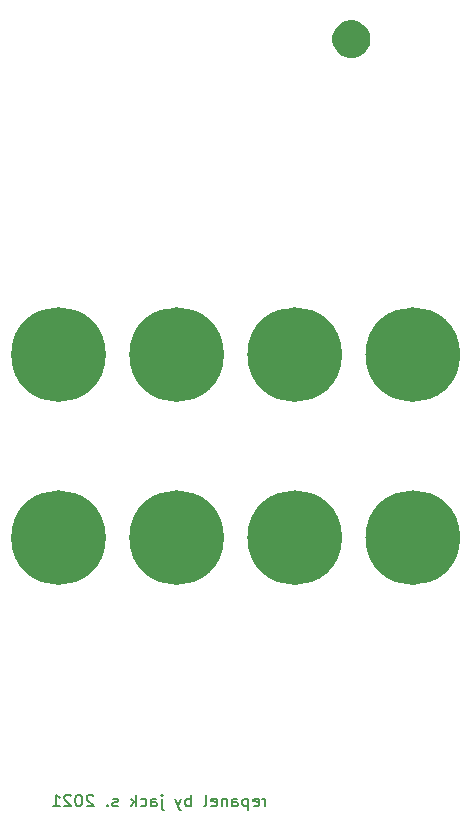
<source format=gbr>
G04 #@! TF.GenerationSoftware,KiCad,Pcbnew,(5.1.5-0)*
G04 #@! TF.CreationDate,2021-01-11T19:01:41-08:00*
G04 #@! TF.ProjectId,squidaxon,73717569-6461-4786-9f6e-2e6b69636164,rev?*
G04 #@! TF.SameCoordinates,Original*
G04 #@! TF.FileFunction,Soldermask,Bot*
G04 #@! TF.FilePolarity,Negative*
%FSLAX46Y46*%
G04 Gerber Fmt 4.6, Leading zero omitted, Abs format (unit mm)*
G04 Created by KiCad (PCBNEW (5.1.5-0)) date 2021-01-11 19:01:41*
%MOMM*%
%LPD*%
G04 APERTURE LIST*
%ADD10C,1.000000*%
%ADD11C,0.150000*%
%ADD12C,0.100000*%
G04 APERTURE END LIST*
D10*
X38700000Y-98700000D02*
G75*
G03X38700000Y-98700000I-3500000J0D01*
G01*
X8700000Y-83200000D02*
G75*
G03X8700000Y-83200000I-3500000J0D01*
G01*
X38700000Y-83200000D02*
G75*
G03X38700000Y-83200000I-3500000J0D01*
G01*
X28700000Y-83200000D02*
G75*
G03X28700000Y-83200000I-3500000J0D01*
G01*
D11*
X22726190Y-121452380D02*
X22726190Y-120785714D01*
X22726190Y-120976190D02*
X22678571Y-120880952D01*
X22630952Y-120833333D01*
X22535714Y-120785714D01*
X22440476Y-120785714D01*
X21726190Y-121404761D02*
X21821428Y-121452380D01*
X22011904Y-121452380D01*
X22107142Y-121404761D01*
X22154761Y-121309523D01*
X22154761Y-120928571D01*
X22107142Y-120833333D01*
X22011904Y-120785714D01*
X21821428Y-120785714D01*
X21726190Y-120833333D01*
X21678571Y-120928571D01*
X21678571Y-121023809D01*
X22154761Y-121119047D01*
X21250000Y-120785714D02*
X21250000Y-121785714D01*
X21250000Y-120833333D02*
X21154761Y-120785714D01*
X20964285Y-120785714D01*
X20869047Y-120833333D01*
X20821428Y-120880952D01*
X20773809Y-120976190D01*
X20773809Y-121261904D01*
X20821428Y-121357142D01*
X20869047Y-121404761D01*
X20964285Y-121452380D01*
X21154761Y-121452380D01*
X21250000Y-121404761D01*
X19916666Y-121452380D02*
X19916666Y-120928571D01*
X19964285Y-120833333D01*
X20059523Y-120785714D01*
X20250000Y-120785714D01*
X20345238Y-120833333D01*
X19916666Y-121404761D02*
X20011904Y-121452380D01*
X20250000Y-121452380D01*
X20345238Y-121404761D01*
X20392857Y-121309523D01*
X20392857Y-121214285D01*
X20345238Y-121119047D01*
X20250000Y-121071428D01*
X20011904Y-121071428D01*
X19916666Y-121023809D01*
X19440476Y-120785714D02*
X19440476Y-121452380D01*
X19440476Y-120880952D02*
X19392857Y-120833333D01*
X19297619Y-120785714D01*
X19154761Y-120785714D01*
X19059523Y-120833333D01*
X19011904Y-120928571D01*
X19011904Y-121452380D01*
X18154761Y-121404761D02*
X18250000Y-121452380D01*
X18440476Y-121452380D01*
X18535714Y-121404761D01*
X18583333Y-121309523D01*
X18583333Y-120928571D01*
X18535714Y-120833333D01*
X18440476Y-120785714D01*
X18250000Y-120785714D01*
X18154761Y-120833333D01*
X18107142Y-120928571D01*
X18107142Y-121023809D01*
X18583333Y-121119047D01*
X17535714Y-121452380D02*
X17630952Y-121404761D01*
X17678571Y-121309523D01*
X17678571Y-120452380D01*
X16392857Y-121452380D02*
X16392857Y-120452380D01*
X16392857Y-120833333D02*
X16297619Y-120785714D01*
X16107142Y-120785714D01*
X16011904Y-120833333D01*
X15964285Y-120880952D01*
X15916666Y-120976190D01*
X15916666Y-121261904D01*
X15964285Y-121357142D01*
X16011904Y-121404761D01*
X16107142Y-121452380D01*
X16297619Y-121452380D01*
X16392857Y-121404761D01*
X15583333Y-120785714D02*
X15345238Y-121452380D01*
X15107142Y-120785714D02*
X15345238Y-121452380D01*
X15440476Y-121690476D01*
X15488095Y-121738095D01*
X15583333Y-121785714D01*
X13964285Y-120785714D02*
X13964285Y-121642857D01*
X14011904Y-121738095D01*
X14107142Y-121785714D01*
X14154761Y-121785714D01*
X13964285Y-120452380D02*
X14011904Y-120500000D01*
X13964285Y-120547619D01*
X13916666Y-120500000D01*
X13964285Y-120452380D01*
X13964285Y-120547619D01*
X13059523Y-121452380D02*
X13059523Y-120928571D01*
X13107142Y-120833333D01*
X13202380Y-120785714D01*
X13392857Y-120785714D01*
X13488095Y-120833333D01*
X13059523Y-121404761D02*
X13154761Y-121452380D01*
X13392857Y-121452380D01*
X13488095Y-121404761D01*
X13535714Y-121309523D01*
X13535714Y-121214285D01*
X13488095Y-121119047D01*
X13392857Y-121071428D01*
X13154761Y-121071428D01*
X13059523Y-121023809D01*
X12154761Y-121404761D02*
X12250000Y-121452380D01*
X12440476Y-121452380D01*
X12535714Y-121404761D01*
X12583333Y-121357142D01*
X12630952Y-121261904D01*
X12630952Y-120976190D01*
X12583333Y-120880952D01*
X12535714Y-120833333D01*
X12440476Y-120785714D01*
X12250000Y-120785714D01*
X12154761Y-120833333D01*
X11726190Y-121452380D02*
X11726190Y-120452380D01*
X11630952Y-121071428D02*
X11345238Y-121452380D01*
X11345238Y-120785714D02*
X11726190Y-121166666D01*
X10202380Y-121404761D02*
X10107142Y-121452380D01*
X9916666Y-121452380D01*
X9821428Y-121404761D01*
X9773809Y-121309523D01*
X9773809Y-121261904D01*
X9821428Y-121166666D01*
X9916666Y-121119047D01*
X10059523Y-121119047D01*
X10154761Y-121071428D01*
X10202380Y-120976190D01*
X10202380Y-120928571D01*
X10154761Y-120833333D01*
X10059523Y-120785714D01*
X9916666Y-120785714D01*
X9821428Y-120833333D01*
X9345238Y-121357142D02*
X9297619Y-121404761D01*
X9345238Y-121452380D01*
X9392857Y-121404761D01*
X9345238Y-121357142D01*
X9345238Y-121452380D01*
X8154761Y-120547619D02*
X8107142Y-120500000D01*
X8011904Y-120452380D01*
X7773809Y-120452380D01*
X7678571Y-120500000D01*
X7630952Y-120547619D01*
X7583333Y-120642857D01*
X7583333Y-120738095D01*
X7630952Y-120880952D01*
X8202380Y-121452380D01*
X7583333Y-121452380D01*
X6964285Y-120452380D02*
X6869047Y-120452380D01*
X6773809Y-120500000D01*
X6726190Y-120547619D01*
X6678571Y-120642857D01*
X6630952Y-120833333D01*
X6630952Y-121071428D01*
X6678571Y-121261904D01*
X6726190Y-121357142D01*
X6773809Y-121404761D01*
X6869047Y-121452380D01*
X6964285Y-121452380D01*
X7059523Y-121404761D01*
X7107142Y-121357142D01*
X7154761Y-121261904D01*
X7202380Y-121071428D01*
X7202380Y-120833333D01*
X7154761Y-120642857D01*
X7107142Y-120547619D01*
X7059523Y-120500000D01*
X6964285Y-120452380D01*
X6250000Y-120547619D02*
X6202380Y-120500000D01*
X6107142Y-120452380D01*
X5869047Y-120452380D01*
X5773809Y-120500000D01*
X5726190Y-120547619D01*
X5678571Y-120642857D01*
X5678571Y-120738095D01*
X5726190Y-120880952D01*
X6297619Y-121452380D01*
X5678571Y-121452380D01*
X4726190Y-121452380D02*
X5297619Y-121452380D01*
X5011904Y-121452380D02*
X5011904Y-120452380D01*
X5107142Y-120595238D01*
X5202380Y-120690476D01*
X5297619Y-120738095D01*
D10*
X18700000Y-83200000D02*
G75*
G03X18700000Y-83200000I-3500000J0D01*
G01*
X8700000Y-98700000D02*
G75*
G03X8700000Y-98700000I-3500000J0D01*
G01*
X18700000Y-98700000D02*
G75*
G03X18700000Y-98700000I-3500000J0D01*
G01*
X28700000Y-98700000D02*
G75*
G03X28700000Y-98700000I-3500000J0D01*
G01*
D12*
G36*
X35804975Y-95658585D02*
G01*
X36104528Y-95718170D01*
X36668874Y-95951930D01*
X37176772Y-96291296D01*
X37608704Y-96723228D01*
X37948070Y-97231126D01*
X38181830Y-97795472D01*
X38301000Y-98394578D01*
X38301000Y-99005422D01*
X38181830Y-99604528D01*
X37948070Y-100168874D01*
X37608704Y-100676772D01*
X37176772Y-101108704D01*
X36668874Y-101448070D01*
X36104528Y-101681830D01*
X35804975Y-101741415D01*
X35505423Y-101801000D01*
X34894577Y-101801000D01*
X34595025Y-101741415D01*
X34295472Y-101681830D01*
X33731126Y-101448070D01*
X33223228Y-101108704D01*
X32791296Y-100676772D01*
X32451930Y-100168874D01*
X32218170Y-99604528D01*
X32099000Y-99005422D01*
X32099000Y-98394578D01*
X32218170Y-97795472D01*
X32451930Y-97231126D01*
X32791296Y-96723228D01*
X33223228Y-96291296D01*
X33731126Y-95951930D01*
X34295472Y-95718170D01*
X34595025Y-95658585D01*
X34894577Y-95599000D01*
X35505423Y-95599000D01*
X35804975Y-95658585D01*
G37*
G36*
X25804975Y-95658585D02*
G01*
X26104528Y-95718170D01*
X26668874Y-95951930D01*
X27176772Y-96291296D01*
X27608704Y-96723228D01*
X27948070Y-97231126D01*
X28181830Y-97795472D01*
X28301000Y-98394578D01*
X28301000Y-99005422D01*
X28181830Y-99604528D01*
X27948070Y-100168874D01*
X27608704Y-100676772D01*
X27176772Y-101108704D01*
X26668874Y-101448070D01*
X26104528Y-101681830D01*
X25804975Y-101741415D01*
X25505423Y-101801000D01*
X24894577Y-101801000D01*
X24595025Y-101741415D01*
X24295472Y-101681830D01*
X23731126Y-101448070D01*
X23223228Y-101108704D01*
X22791296Y-100676772D01*
X22451930Y-100168874D01*
X22218170Y-99604528D01*
X22099000Y-99005422D01*
X22099000Y-98394578D01*
X22218170Y-97795472D01*
X22451930Y-97231126D01*
X22791296Y-96723228D01*
X23223228Y-96291296D01*
X23731126Y-95951930D01*
X24295472Y-95718170D01*
X24595025Y-95658585D01*
X24894577Y-95599000D01*
X25505423Y-95599000D01*
X25804975Y-95658585D01*
G37*
G36*
X15804975Y-95658585D02*
G01*
X16104528Y-95718170D01*
X16668874Y-95951930D01*
X17176772Y-96291296D01*
X17608704Y-96723228D01*
X17948070Y-97231126D01*
X18181830Y-97795472D01*
X18301000Y-98394578D01*
X18301000Y-99005422D01*
X18181830Y-99604528D01*
X17948070Y-100168874D01*
X17608704Y-100676772D01*
X17176772Y-101108704D01*
X16668874Y-101448070D01*
X16104528Y-101681830D01*
X15804975Y-101741415D01*
X15505423Y-101801000D01*
X14894577Y-101801000D01*
X14595025Y-101741415D01*
X14295472Y-101681830D01*
X13731126Y-101448070D01*
X13223228Y-101108704D01*
X12791296Y-100676772D01*
X12451930Y-100168874D01*
X12218170Y-99604528D01*
X12099000Y-99005422D01*
X12099000Y-98394578D01*
X12218170Y-97795472D01*
X12451930Y-97231126D01*
X12791296Y-96723228D01*
X13223228Y-96291296D01*
X13731126Y-95951930D01*
X14295472Y-95718170D01*
X14595025Y-95658585D01*
X14894577Y-95599000D01*
X15505423Y-95599000D01*
X15804975Y-95658585D01*
G37*
G36*
X5804975Y-95658585D02*
G01*
X6104528Y-95718170D01*
X6668874Y-95951930D01*
X7176772Y-96291296D01*
X7608704Y-96723228D01*
X7948070Y-97231126D01*
X8181830Y-97795472D01*
X8301000Y-98394578D01*
X8301000Y-99005422D01*
X8181830Y-99604528D01*
X7948070Y-100168874D01*
X7608704Y-100676772D01*
X7176772Y-101108704D01*
X6668874Y-101448070D01*
X6104528Y-101681830D01*
X5804975Y-101741415D01*
X5505423Y-101801000D01*
X4894577Y-101801000D01*
X4595025Y-101741415D01*
X4295472Y-101681830D01*
X3731126Y-101448070D01*
X3223228Y-101108704D01*
X2791296Y-100676772D01*
X2451930Y-100168874D01*
X2218170Y-99604528D01*
X2099000Y-99005422D01*
X2099000Y-98394578D01*
X2218170Y-97795472D01*
X2451930Y-97231126D01*
X2791296Y-96723228D01*
X3223228Y-96291296D01*
X3731126Y-95951930D01*
X4295472Y-95718170D01*
X4595025Y-95658585D01*
X4894577Y-95599000D01*
X5505423Y-95599000D01*
X5804975Y-95658585D01*
G37*
G36*
X35804975Y-80158585D02*
G01*
X36104528Y-80218170D01*
X36668874Y-80451930D01*
X37176772Y-80791296D01*
X37608704Y-81223228D01*
X37948070Y-81731126D01*
X38181830Y-82295472D01*
X38301000Y-82894578D01*
X38301000Y-83505422D01*
X38181830Y-84104528D01*
X37948070Y-84668874D01*
X37608704Y-85176772D01*
X37176772Y-85608704D01*
X36668874Y-85948070D01*
X36104528Y-86181830D01*
X35804975Y-86241415D01*
X35505423Y-86301000D01*
X34894577Y-86301000D01*
X34595025Y-86241415D01*
X34295472Y-86181830D01*
X33731126Y-85948070D01*
X33223228Y-85608704D01*
X32791296Y-85176772D01*
X32451930Y-84668874D01*
X32218170Y-84104528D01*
X32099000Y-83505422D01*
X32099000Y-82894578D01*
X32218170Y-82295472D01*
X32451930Y-81731126D01*
X32791296Y-81223228D01*
X33223228Y-80791296D01*
X33731126Y-80451930D01*
X34295472Y-80218170D01*
X34595025Y-80158585D01*
X34894577Y-80099000D01*
X35505423Y-80099000D01*
X35804975Y-80158585D01*
G37*
G36*
X25804975Y-80158585D02*
G01*
X26104528Y-80218170D01*
X26668874Y-80451930D01*
X27176772Y-80791296D01*
X27608704Y-81223228D01*
X27948070Y-81731126D01*
X28181830Y-82295472D01*
X28301000Y-82894578D01*
X28301000Y-83505422D01*
X28181830Y-84104528D01*
X27948070Y-84668874D01*
X27608704Y-85176772D01*
X27176772Y-85608704D01*
X26668874Y-85948070D01*
X26104528Y-86181830D01*
X25804975Y-86241415D01*
X25505423Y-86301000D01*
X24894577Y-86301000D01*
X24595025Y-86241415D01*
X24295472Y-86181830D01*
X23731126Y-85948070D01*
X23223228Y-85608704D01*
X22791296Y-85176772D01*
X22451930Y-84668874D01*
X22218170Y-84104528D01*
X22099000Y-83505422D01*
X22099000Y-82894578D01*
X22218170Y-82295472D01*
X22451930Y-81731126D01*
X22791296Y-81223228D01*
X23223228Y-80791296D01*
X23731126Y-80451930D01*
X24295472Y-80218170D01*
X24595025Y-80158585D01*
X24894577Y-80099000D01*
X25505423Y-80099000D01*
X25804975Y-80158585D01*
G37*
G36*
X15804975Y-80158585D02*
G01*
X16104528Y-80218170D01*
X16668874Y-80451930D01*
X17176772Y-80791296D01*
X17608704Y-81223228D01*
X17948070Y-81731126D01*
X18181830Y-82295472D01*
X18301000Y-82894578D01*
X18301000Y-83505422D01*
X18181830Y-84104528D01*
X17948070Y-84668874D01*
X17608704Y-85176772D01*
X17176772Y-85608704D01*
X16668874Y-85948070D01*
X16104528Y-86181830D01*
X15804975Y-86241415D01*
X15505423Y-86301000D01*
X14894577Y-86301000D01*
X14595025Y-86241415D01*
X14295472Y-86181830D01*
X13731126Y-85948070D01*
X13223228Y-85608704D01*
X12791296Y-85176772D01*
X12451930Y-84668874D01*
X12218170Y-84104528D01*
X12099000Y-83505422D01*
X12099000Y-82894578D01*
X12218170Y-82295472D01*
X12451930Y-81731126D01*
X12791296Y-81223228D01*
X13223228Y-80791296D01*
X13731126Y-80451930D01*
X14295472Y-80218170D01*
X14595025Y-80158585D01*
X14894577Y-80099000D01*
X15505423Y-80099000D01*
X15804975Y-80158585D01*
G37*
G36*
X5804975Y-80158585D02*
G01*
X6104528Y-80218170D01*
X6668874Y-80451930D01*
X7176772Y-80791296D01*
X7608704Y-81223228D01*
X7948070Y-81731126D01*
X8181830Y-82295472D01*
X8301000Y-82894578D01*
X8301000Y-83505422D01*
X8181830Y-84104528D01*
X7948070Y-84668874D01*
X7608704Y-85176772D01*
X7176772Y-85608704D01*
X6668874Y-85948070D01*
X6104528Y-86181830D01*
X5804975Y-86241415D01*
X5505423Y-86301000D01*
X4894577Y-86301000D01*
X4595025Y-86241415D01*
X4295472Y-86181830D01*
X3731126Y-85948070D01*
X3223228Y-85608704D01*
X2791296Y-85176772D01*
X2451930Y-84668874D01*
X2218170Y-84104528D01*
X2099000Y-83505422D01*
X2099000Y-82894578D01*
X2218170Y-82295472D01*
X2451930Y-81731126D01*
X2791296Y-81223228D01*
X3223228Y-80791296D01*
X3731126Y-80451930D01*
X4295472Y-80218170D01*
X4595025Y-80158585D01*
X4894577Y-80099000D01*
X5505423Y-80099000D01*
X5804975Y-80158585D01*
G37*
G36*
X30196217Y-54906665D02*
G01*
X30466995Y-54960525D01*
X30758358Y-55081212D01*
X31020578Y-55256422D01*
X31243578Y-55479422D01*
X31418788Y-55741642D01*
X31539475Y-56033005D01*
X31601000Y-56342315D01*
X31601000Y-56657685D01*
X31539475Y-56966995D01*
X31418788Y-57258358D01*
X31243578Y-57520578D01*
X31020578Y-57743578D01*
X30758358Y-57918788D01*
X30466995Y-58039475D01*
X30196217Y-58093335D01*
X30157686Y-58101000D01*
X29842314Y-58101000D01*
X29803783Y-58093335D01*
X29533005Y-58039475D01*
X29241642Y-57918788D01*
X28979422Y-57743578D01*
X28756422Y-57520578D01*
X28581212Y-57258358D01*
X28460525Y-56966995D01*
X28399000Y-56657685D01*
X28399000Y-56342315D01*
X28460525Y-56033005D01*
X28581212Y-55741642D01*
X28756422Y-55479422D01*
X28979422Y-55256422D01*
X29241642Y-55081212D01*
X29533005Y-54960525D01*
X29803783Y-54906665D01*
X29842314Y-54899000D01*
X30157686Y-54899000D01*
X30196217Y-54906665D01*
G37*
M02*

</source>
